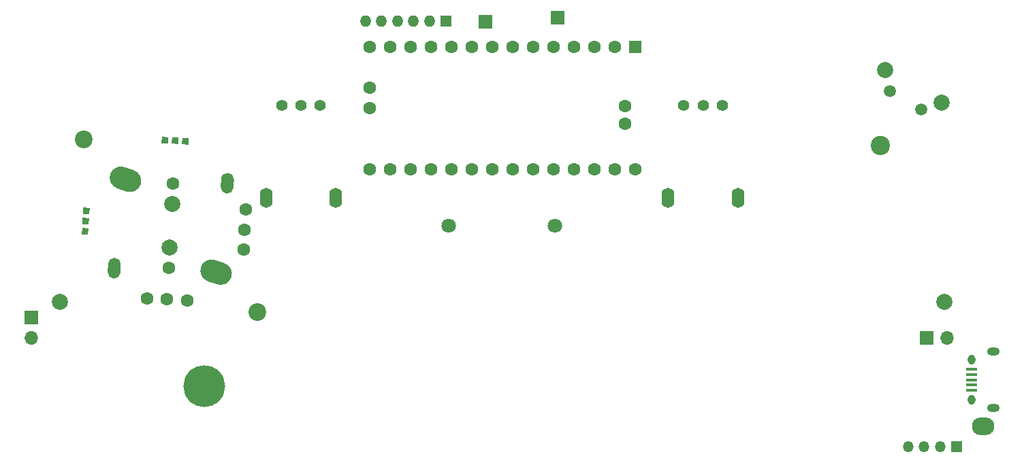
<source format=gbs>
%TF.GenerationSoftware,KiCad,Pcbnew,(5.1.12)-1*%
%TF.CreationDate,2021-12-26T09:43:42-08:00*%
%TF.ProjectId,PhobGCC,50686f62-4743-4432-9e6b-696361645f70,rev?*%
%TF.SameCoordinates,Original*%
%TF.FileFunction,Soldermask,Bot*%
%TF.FilePolarity,Negative*%
%FSLAX46Y46*%
G04 Gerber Fmt 4.6, Leading zero omitted, Abs format (unit mm)*
G04 Created by KiCad (PCBNEW (5.1.12)-1) date 2021-12-26 09:43:42*
%MOMM*%
%LPD*%
G01*
G04 APERTURE LIST*
%ADD10O,1.400000X1.400000*%
%ADD11R,1.400000X1.400000*%
%ADD12C,2.000000*%
%ADD13C,1.498000*%
%ADD14O,1.600000X2.500000*%
%ADD15C,1.400000*%
%ADD16C,1.600000*%
%ADD17R,1.600000X1.600000*%
%ADD18C,2.200000*%
%ADD19C,2.400000*%
%ADD20C,1.800000*%
%ADD21O,2.800000X2.200000*%
%ADD22C,5.200000*%
%ADD23C,0.100000*%
%ADD24O,1.550000X1.000000*%
%ADD25O,0.950000X1.250000*%
%ADD26R,1.350000X0.400000*%
%ADD27R,1.700000X1.700000*%
%ADD28O,1.700000X1.700000*%
%ADD29R,1.350000X1.350000*%
%ADD30O,1.350000X1.350000*%
G04 APERTURE END LIST*
D10*
X95600000Y-52900000D03*
X97600000Y-52900000D03*
X99600000Y-52900000D03*
X101600000Y-52900000D03*
X103600000Y-52900000D03*
D11*
X105600000Y-52900000D03*
D12*
X167258846Y-63067949D03*
X160244040Y-59017949D03*
D13*
X160802886Y-61650000D03*
X164700000Y-63900000D03*
D14*
X91950000Y-74900000D03*
X83250000Y-74900000D03*
D15*
X85200000Y-63400000D03*
X87600000Y-63400000D03*
X90000000Y-63400000D03*
D16*
X127850000Y-65670000D03*
X127850000Y-63540000D03*
D17*
X129120000Y-56150000D03*
D16*
X126580000Y-56150000D03*
X124040000Y-56150000D03*
X121500000Y-56150000D03*
X118960000Y-56150000D03*
X116420000Y-56150000D03*
X113880000Y-56150000D03*
X111340000Y-56150000D03*
X108800000Y-56150000D03*
X106260000Y-56150000D03*
X103720000Y-56150000D03*
X101180000Y-56150000D03*
X98640000Y-56150000D03*
X129120000Y-71390000D03*
X126580000Y-71390000D03*
X124040000Y-71390000D03*
X121500000Y-71390000D03*
X118960000Y-71390000D03*
X116420000Y-71390000D03*
X113880000Y-71390000D03*
X111340000Y-71390000D03*
X108800000Y-71390000D03*
X106260000Y-71390000D03*
X103720000Y-71390000D03*
X101180000Y-71390000D03*
X98640000Y-71390000D03*
X96100000Y-56150000D03*
X96100000Y-61230000D03*
X96100000Y-71390000D03*
X96100000Y-63770000D03*
D18*
X82183378Y-89183378D03*
X60616622Y-67616621D03*
D19*
X159600000Y-68400000D03*
D20*
X119200000Y-78400000D03*
X106000000Y-78400000D03*
D12*
X167600000Y-87900000D03*
X57600000Y-87900000D03*
D21*
X172400000Y-103400000D03*
D22*
X75600000Y-98400000D03*
D23*
G36*
X70271199Y-68124809D02*
G01*
X70313068Y-67325906D01*
X71111971Y-67367775D01*
X71070102Y-68166678D01*
X70271199Y-68124809D01*
G37*
G36*
X71539458Y-68191276D02*
G01*
X71581327Y-67392373D01*
X72380230Y-67434242D01*
X72338361Y-68233145D01*
X71539458Y-68191276D01*
G37*
G36*
X72807718Y-68257743D02*
G01*
X72849587Y-67458840D01*
X73648490Y-67500709D01*
X73606621Y-68299612D01*
X72807718Y-68257743D01*
G37*
D16*
X80723315Y-76383149D03*
X80592475Y-78879723D03*
X80461635Y-81376297D03*
G36*
G01*
X77616459Y-73566689D02*
X77668795Y-72568059D01*
G75*
G02*
X78509568Y-71811024I798904J-41869D01*
G01*
X78509568Y-71811024D01*
G75*
G02*
X79266603Y-72651797I-41869J-798904D01*
G01*
X79214267Y-73650427D01*
G75*
G02*
X78373494Y-74407462I-798904J41869D01*
G01*
X78373494Y-74407462D01*
G75*
G02*
X77616459Y-73566689I41869J798904D01*
G01*
G37*
G36*
G01*
X77162273Y-85699326D02*
X76024951Y-85316574D01*
G75*
G02*
X75144618Y-83543155I446543J1326876D01*
G01*
X75144618Y-83543155D01*
G75*
G02*
X76918037Y-82662822I1326876J-446543D01*
G01*
X78055359Y-83045574D01*
G75*
G02*
X78935692Y-84818993I-446543J-1326876D01*
G01*
X78935692Y-84818993D01*
G75*
G02*
X77162273Y-85699326I-1326876J446543D01*
G01*
G37*
G36*
G01*
X63543563Y-84144667D02*
X63595899Y-83146037D01*
G75*
G02*
X64436672Y-82389002I798904J-41869D01*
G01*
X64436672Y-82389002D01*
G75*
G02*
X65193707Y-83229775I-41869J-798904D01*
G01*
X65141371Y-84228405D01*
G75*
G02*
X64300598Y-84985440I-798904J41869D01*
G01*
X64300598Y-84985440D01*
G75*
G02*
X63543563Y-84144667I41869J798904D01*
G01*
G37*
G36*
G01*
X65892129Y-74133642D02*
X64754807Y-73750890D01*
G75*
G02*
X63874474Y-71977471I446543J1326876D01*
G01*
X63874474Y-71977471D01*
G75*
G02*
X65647893Y-71097138I1326876J-446543D01*
G01*
X66785215Y-71479890D01*
G75*
G02*
X67665548Y-73253309I-446543J-1326876D01*
G01*
X67665548Y-73253309D01*
G75*
G02*
X65892129Y-74133642I-1326876J446543D01*
G01*
G37*
X73420166Y-87716464D03*
X70923592Y-87585624D03*
X68427018Y-87454784D03*
D23*
G36*
X60332757Y-79490247D02*
G01*
X60374626Y-78691344D01*
X61173529Y-78733213D01*
X61131660Y-79532116D01*
X60332757Y-79490247D01*
G37*
G36*
X60399224Y-78221988D02*
G01*
X60441093Y-77423085D01*
X61239996Y-77464954D01*
X61198127Y-78263857D01*
X60399224Y-78221988D01*
G37*
G36*
X60465691Y-76953728D02*
G01*
X60507560Y-76154825D01*
X61306463Y-76196694D01*
X61264594Y-76995597D01*
X60465691Y-76953728D01*
G37*
D12*
X71261159Y-81144463D03*
X71549007Y-75652001D03*
D16*
X71131628Y-83616071D03*
X71678538Y-73180393D03*
D24*
X173700000Y-101100000D03*
X173700000Y-94100000D03*
D25*
X171000000Y-95100000D03*
X171000000Y-100100000D03*
D26*
X171000000Y-96300000D03*
X171000000Y-96950000D03*
X171000000Y-98900000D03*
X171000000Y-98250000D03*
X171000000Y-97600000D03*
D14*
X141950000Y-74900000D03*
X133250000Y-74900000D03*
D15*
X135200000Y-63400000D03*
X137600000Y-63400000D03*
X140000000Y-63400000D03*
D27*
X110500000Y-53000000D03*
X119500000Y-52500000D03*
X165400000Y-92400000D03*
D28*
X167940000Y-92400000D03*
D27*
X54050000Y-89800000D03*
D28*
X54050000Y-92340000D03*
D29*
X169100000Y-105900000D03*
D30*
X167100000Y-105900000D03*
X165100000Y-105900000D03*
X163100000Y-105900000D03*
M02*

</source>
